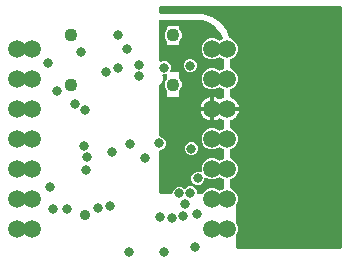
<source format=gbr>
G04 EAGLE Gerber RS-274X export*
G75*
%MOMM*%
%FSLAX34Y34*%
%LPD*%
%INCopper Layer 15*%
%IPPOS*%
%AMOC8*
5,1,8,0,0,1.08239X$1,22.5*%
G01*
%ADD10C,1.108000*%
%ADD11C,1.508000*%
%ADD12C,0.800100*%
%ADD13C,0.906400*%

G36*
X165202Y2937D02*
X165202Y2937D01*
X165304Y2945D01*
X165332Y2957D01*
X165363Y2962D01*
X165455Y3006D01*
X165551Y3044D01*
X165574Y3064D01*
X165602Y3077D01*
X165677Y3147D01*
X165757Y3212D01*
X165774Y3238D01*
X165796Y3259D01*
X165847Y3348D01*
X165904Y3433D01*
X165910Y3457D01*
X165928Y3489D01*
X165986Y3749D01*
X165983Y3787D01*
X165988Y3810D01*
X165988Y207010D01*
X165973Y207112D01*
X165965Y207214D01*
X165953Y207242D01*
X165948Y207273D01*
X165904Y207365D01*
X165866Y207461D01*
X165846Y207484D01*
X165833Y207512D01*
X165763Y207587D01*
X165698Y207667D01*
X165672Y207684D01*
X165651Y207706D01*
X165562Y207757D01*
X165477Y207814D01*
X165453Y207820D01*
X165421Y207838D01*
X165161Y207896D01*
X165123Y207893D01*
X165100Y207898D01*
X12700Y207898D01*
X12598Y207883D01*
X12496Y207875D01*
X12468Y207863D01*
X12437Y207858D01*
X12345Y207814D01*
X12249Y207776D01*
X12226Y207756D01*
X12198Y207743D01*
X12123Y207673D01*
X12043Y207608D01*
X12026Y207582D01*
X12004Y207561D01*
X11953Y207472D01*
X11896Y207387D01*
X11890Y207363D01*
X11872Y207331D01*
X11814Y207071D01*
X11817Y207033D01*
X11812Y207010D01*
X11812Y202819D01*
X11827Y202717D01*
X11835Y202615D01*
X11847Y202587D01*
X11852Y202556D01*
X11896Y202464D01*
X11934Y202368D01*
X11954Y202345D01*
X11967Y202317D01*
X12037Y202242D01*
X12102Y202162D01*
X12128Y202145D01*
X12149Y202123D01*
X12238Y202072D01*
X12323Y202015D01*
X12347Y202009D01*
X12379Y201991D01*
X12639Y201933D01*
X12677Y201936D01*
X12700Y201931D01*
X48240Y201931D01*
X56658Y199196D01*
X63818Y193993D01*
X69021Y186833D01*
X70717Y181611D01*
X70742Y181561D01*
X70758Y181508D01*
X70802Y181443D01*
X70836Y181374D01*
X70875Y181333D01*
X70906Y181287D01*
X70947Y181258D01*
X71020Y181182D01*
X71189Y181089D01*
X71222Y181065D01*
X74350Y179770D01*
X76900Y177220D01*
X78280Y173888D01*
X78280Y170282D01*
X76900Y166950D01*
X74350Y164400D01*
X72304Y163553D01*
X72251Y163521D01*
X72193Y163498D01*
X72138Y163453D01*
X72076Y163416D01*
X72035Y163369D01*
X71987Y163330D01*
X71947Y163270D01*
X71900Y163217D01*
X71874Y163161D01*
X71840Y163109D01*
X71829Y163062D01*
X71790Y162975D01*
X71763Y162763D01*
X71756Y162732D01*
X71756Y156038D01*
X71765Y155976D01*
X71764Y155914D01*
X71785Y155846D01*
X71796Y155775D01*
X71823Y155719D01*
X71840Y155660D01*
X71880Y155600D01*
X71911Y155536D01*
X71954Y155490D01*
X71988Y155439D01*
X72027Y155411D01*
X72093Y155341D01*
X72279Y155235D01*
X72304Y155217D01*
X74350Y154370D01*
X76900Y151820D01*
X78280Y148488D01*
X78280Y144882D01*
X76900Y141550D01*
X74350Y139000D01*
X72304Y138153D01*
X72251Y138121D01*
X72193Y138098D01*
X72138Y138053D01*
X72076Y138016D01*
X72035Y137969D01*
X71987Y137930D01*
X71947Y137870D01*
X71900Y137817D01*
X71874Y137761D01*
X71840Y137709D01*
X71829Y137662D01*
X71790Y137575D01*
X71763Y137363D01*
X71756Y137332D01*
X71756Y131704D01*
X71770Y131609D01*
X71777Y131512D01*
X71790Y131478D01*
X71796Y131442D01*
X71838Y131355D01*
X71872Y131264D01*
X71895Y131235D01*
X71911Y131202D01*
X71977Y131131D01*
X72037Y131056D01*
X72061Y131041D01*
X72093Y131008D01*
X72323Y130876D01*
X72353Y130869D01*
X72370Y130860D01*
X73085Y130627D01*
X74499Y129907D01*
X75782Y128974D01*
X76904Y127852D01*
X77837Y126569D01*
X78557Y125155D01*
X79048Y123646D01*
X79140Y123062D01*
X72644Y123062D01*
X72542Y123047D01*
X72440Y123038D01*
X72412Y123027D01*
X72381Y123022D01*
X72289Y122978D01*
X72193Y122939D01*
X72170Y122920D01*
X72142Y122907D01*
X72067Y122837D01*
X71987Y122772D01*
X71970Y122746D01*
X71948Y122725D01*
X71897Y122636D01*
X71840Y122551D01*
X71834Y122527D01*
X71816Y122495D01*
X71758Y122235D01*
X71761Y122197D01*
X71756Y122174D01*
X71756Y120396D01*
X71771Y120294D01*
X71779Y120192D01*
X71791Y120164D01*
X71796Y120133D01*
X71840Y120041D01*
X71878Y119945D01*
X71898Y119922D01*
X71911Y119894D01*
X71981Y119819D01*
X72046Y119739D01*
X72072Y119722D01*
X72093Y119700D01*
X72182Y119649D01*
X72267Y119592D01*
X72291Y119586D01*
X72323Y119568D01*
X72583Y119510D01*
X72621Y119513D01*
X72644Y119508D01*
X79140Y119508D01*
X79048Y118924D01*
X78557Y117415D01*
X77837Y116001D01*
X76904Y114718D01*
X75782Y113596D01*
X74499Y112663D01*
X73085Y111943D01*
X72370Y111710D01*
X72283Y111667D01*
X72193Y111631D01*
X72165Y111608D01*
X72132Y111591D01*
X72062Y111525D01*
X71987Y111464D01*
X71967Y111433D01*
X71940Y111407D01*
X71893Y111323D01*
X71840Y111242D01*
X71833Y111215D01*
X71811Y111175D01*
X71757Y110915D01*
X71760Y110885D01*
X71756Y110866D01*
X71756Y105238D01*
X71765Y105176D01*
X71764Y105114D01*
X71785Y105046D01*
X71796Y104975D01*
X71823Y104919D01*
X71840Y104860D01*
X71880Y104800D01*
X71911Y104736D01*
X71954Y104690D01*
X71988Y104639D01*
X72027Y104611D01*
X72093Y104541D01*
X72279Y104435D01*
X72304Y104417D01*
X74350Y103570D01*
X76900Y101020D01*
X78280Y97688D01*
X78280Y94082D01*
X76900Y90750D01*
X74350Y88200D01*
X72304Y87353D01*
X72251Y87321D01*
X72193Y87298D01*
X72138Y87253D01*
X72076Y87216D01*
X72035Y87169D01*
X71987Y87130D01*
X71947Y87070D01*
X71900Y87017D01*
X71874Y86961D01*
X71840Y86909D01*
X71829Y86862D01*
X71790Y86775D01*
X71763Y86563D01*
X71756Y86532D01*
X71756Y79838D01*
X71765Y79776D01*
X71764Y79714D01*
X71785Y79646D01*
X71796Y79575D01*
X71823Y79519D01*
X71840Y79460D01*
X71880Y79400D01*
X71911Y79336D01*
X71954Y79290D01*
X71988Y79239D01*
X72027Y79211D01*
X72093Y79141D01*
X72279Y79035D01*
X72304Y79017D01*
X74350Y78170D01*
X76900Y75620D01*
X78280Y72288D01*
X78280Y68682D01*
X76900Y65350D01*
X74350Y62800D01*
X72304Y61953D01*
X72251Y61921D01*
X72193Y61898D01*
X72138Y61853D01*
X72076Y61816D01*
X72035Y61769D01*
X71987Y61730D01*
X71947Y61670D01*
X71900Y61617D01*
X71874Y61561D01*
X71840Y61509D01*
X71829Y61462D01*
X71790Y61375D01*
X71763Y61163D01*
X71756Y61132D01*
X71756Y54438D01*
X71765Y54376D01*
X71764Y54314D01*
X71776Y54274D01*
X71779Y54236D01*
X71790Y54209D01*
X71796Y54175D01*
X71823Y54119D01*
X71840Y54060D01*
X71866Y54022D01*
X71878Y53990D01*
X71895Y53970D01*
X71911Y53936D01*
X71954Y53890D01*
X71988Y53839D01*
X72018Y53818D01*
X72046Y53783D01*
X72065Y53770D01*
X72093Y53741D01*
X72208Y53675D01*
X72267Y53636D01*
X72282Y53633D01*
X72304Y53617D01*
X74350Y52770D01*
X76900Y50220D01*
X78280Y46888D01*
X78280Y43282D01*
X76900Y39950D01*
X76842Y39892D01*
X76829Y39876D01*
X76813Y39862D01*
X76751Y39769D01*
X76684Y39678D01*
X76677Y39659D01*
X76666Y39641D01*
X76656Y39597D01*
X76597Y39427D01*
X76593Y39315D01*
X76582Y39264D01*
X76582Y25506D01*
X76585Y25485D01*
X76583Y25464D01*
X76605Y25354D01*
X76622Y25243D01*
X76631Y25224D01*
X76635Y25203D01*
X76659Y25165D01*
X76737Y25004D01*
X76814Y24921D01*
X76842Y24878D01*
X76900Y24820D01*
X78280Y21488D01*
X78280Y17882D01*
X76900Y14550D01*
X76842Y14492D01*
X76829Y14476D01*
X76813Y14462D01*
X76751Y14369D01*
X76684Y14278D01*
X76677Y14259D01*
X76666Y14241D01*
X76656Y14197D01*
X76597Y14027D01*
X76593Y13915D01*
X76582Y13864D01*
X76582Y3810D01*
X76597Y3708D01*
X76605Y3606D01*
X76617Y3578D01*
X76622Y3547D01*
X76666Y3455D01*
X76704Y3359D01*
X76724Y3336D01*
X76737Y3308D01*
X76807Y3233D01*
X76872Y3153D01*
X76898Y3136D01*
X76919Y3114D01*
X77008Y3063D01*
X77093Y3006D01*
X77117Y3000D01*
X77149Y2982D01*
X77409Y2924D01*
X77447Y2927D01*
X77470Y2922D01*
X165100Y2922D01*
X165202Y2937D01*
G37*
G36*
X22263Y49292D02*
X22263Y49292D01*
X22365Y49300D01*
X22394Y49312D01*
X22424Y49317D01*
X22517Y49361D01*
X22612Y49399D01*
X22636Y49419D01*
X22664Y49432D01*
X22739Y49502D01*
X22818Y49567D01*
X22835Y49593D01*
X22858Y49614D01*
X22909Y49703D01*
X22966Y49788D01*
X22971Y49812D01*
X22990Y49844D01*
X23048Y50104D01*
X23045Y50142D01*
X23050Y50165D01*
X23050Y50724D01*
X23891Y52755D01*
X25445Y54309D01*
X27476Y55150D01*
X29674Y55150D01*
X31705Y54309D01*
X32439Y53574D01*
X32522Y53513D01*
X32600Y53447D01*
X32629Y53435D01*
X32653Y53417D01*
X32750Y53383D01*
X32845Y53343D01*
X32875Y53339D01*
X32904Y53329D01*
X33007Y53326D01*
X33109Y53315D01*
X33139Y53321D01*
X33170Y53320D01*
X33269Y53347D01*
X33370Y53367D01*
X33390Y53380D01*
X33427Y53390D01*
X33651Y53533D01*
X33675Y53562D01*
X33696Y53574D01*
X34970Y54849D01*
X37001Y55690D01*
X39199Y55690D01*
X41230Y54849D01*
X42784Y53295D01*
X43625Y51264D01*
X43625Y50165D01*
X43641Y50063D01*
X43649Y49961D01*
X43660Y49933D01*
X43665Y49902D01*
X43710Y49810D01*
X43748Y49714D01*
X43767Y49691D01*
X43781Y49663D01*
X43851Y49588D01*
X43916Y49508D01*
X43941Y49491D01*
X43962Y49469D01*
X44051Y49418D01*
X44137Y49361D01*
X44160Y49355D01*
X44193Y49337D01*
X44452Y49279D01*
X44490Y49282D01*
X44513Y49277D01*
X47846Y49277D01*
X47907Y49286D01*
X47970Y49285D01*
X48038Y49306D01*
X48109Y49317D01*
X48165Y49344D01*
X48224Y49361D01*
X48284Y49401D01*
X48348Y49432D01*
X48394Y49475D01*
X48445Y49509D01*
X48473Y49548D01*
X48543Y49614D01*
X48649Y49800D01*
X48667Y49825D01*
X48830Y50220D01*
X51380Y52770D01*
X54712Y54150D01*
X58318Y54150D01*
X61650Y52770D01*
X62237Y52183D01*
X62319Y52122D01*
X62398Y52055D01*
X62426Y52043D01*
X62451Y52025D01*
X62548Y51991D01*
X62642Y51951D01*
X62673Y51948D01*
X62702Y51937D01*
X62804Y51934D01*
X62907Y51923D01*
X62937Y51929D01*
X62968Y51928D01*
X63067Y51955D01*
X63167Y51975D01*
X63187Y51988D01*
X63224Y51998D01*
X63448Y52141D01*
X63473Y52170D01*
X63493Y52183D01*
X64080Y52770D01*
X66126Y53617D01*
X66179Y53649D01*
X66237Y53672D01*
X66268Y53698D01*
X66288Y53708D01*
X66311Y53728D01*
X66354Y53754D01*
X66395Y53801D01*
X66443Y53840D01*
X66464Y53872D01*
X66482Y53889D01*
X66499Y53918D01*
X66530Y53953D01*
X66556Y54009D01*
X66590Y54061D01*
X66597Y54088D01*
X66614Y54120D01*
X66622Y54155D01*
X66640Y54195D01*
X66653Y54292D01*
X66672Y54379D01*
X66669Y54415D01*
X66674Y54438D01*
X66674Y61132D01*
X66665Y61194D01*
X66666Y61256D01*
X66645Y61324D01*
X66634Y61395D01*
X66607Y61451D01*
X66590Y61510D01*
X66550Y61570D01*
X66519Y61634D01*
X66476Y61680D01*
X66442Y61731D01*
X66403Y61759D01*
X66337Y61829D01*
X66151Y61935D01*
X66126Y61953D01*
X64080Y62800D01*
X63493Y63387D01*
X63410Y63448D01*
X63332Y63515D01*
X63304Y63527D01*
X63279Y63545D01*
X63182Y63579D01*
X63088Y63619D01*
X63057Y63622D01*
X63028Y63633D01*
X62925Y63636D01*
X62823Y63647D01*
X62793Y63641D01*
X62762Y63642D01*
X62663Y63615D01*
X62563Y63595D01*
X62542Y63582D01*
X62506Y63572D01*
X62282Y63429D01*
X62257Y63400D01*
X62237Y63387D01*
X61650Y62800D01*
X58318Y61420D01*
X54712Y61420D01*
X51364Y62807D01*
X51351Y62821D01*
X51280Y62861D01*
X51214Y62910D01*
X51165Y62927D01*
X51121Y62953D01*
X51041Y62971D01*
X50963Y62998D01*
X50912Y62999D01*
X50861Y63011D01*
X50779Y63004D01*
X50698Y63007D01*
X50648Y62993D01*
X50596Y62989D01*
X50520Y62958D01*
X50441Y62937D01*
X50398Y62909D01*
X50349Y62890D01*
X50286Y62838D01*
X50217Y62794D01*
X50183Y62755D01*
X50143Y62722D01*
X50098Y62654D01*
X50045Y62592D01*
X50024Y62544D01*
X49996Y62501D01*
X49984Y62451D01*
X49940Y62347D01*
X49922Y62169D01*
X49912Y62124D01*
X49912Y61258D01*
X49071Y59227D01*
X47516Y57673D01*
X45486Y56832D01*
X43287Y56832D01*
X41257Y57673D01*
X39702Y59227D01*
X38861Y61258D01*
X38861Y63456D01*
X39702Y65487D01*
X41257Y67041D01*
X43287Y67882D01*
X45486Y67882D01*
X46276Y67555D01*
X46326Y67542D01*
X46373Y67521D01*
X46454Y67511D01*
X46534Y67491D01*
X46585Y67494D01*
X46637Y67487D01*
X46717Y67502D01*
X46799Y67506D01*
X46848Y67525D01*
X46899Y67533D01*
X46971Y67571D01*
X47048Y67600D01*
X47089Y67631D01*
X47135Y67655D01*
X47194Y67712D01*
X47258Y67762D01*
X47288Y67805D01*
X47325Y67841D01*
X47364Y67913D01*
X47411Y67980D01*
X47427Y68029D01*
X47451Y68075D01*
X47467Y68155D01*
X47493Y68233D01*
X47493Y68285D01*
X47503Y68335D01*
X47494Y68386D01*
X47495Y68499D01*
X47450Y68650D01*
X47450Y72288D01*
X48830Y75620D01*
X51380Y78170D01*
X54712Y79550D01*
X58318Y79550D01*
X61650Y78170D01*
X62237Y77583D01*
X62319Y77522D01*
X62398Y77455D01*
X62426Y77443D01*
X62451Y77425D01*
X62548Y77391D01*
X62642Y77351D01*
X62673Y77348D01*
X62702Y77337D01*
X62804Y77334D01*
X62907Y77323D01*
X62937Y77329D01*
X62968Y77328D01*
X63067Y77355D01*
X63167Y77375D01*
X63187Y77388D01*
X63224Y77398D01*
X63448Y77541D01*
X63473Y77570D01*
X63493Y77583D01*
X64080Y78170D01*
X66126Y79017D01*
X66179Y79049D01*
X66237Y79072D01*
X66292Y79117D01*
X66354Y79154D01*
X66395Y79201D01*
X66443Y79240D01*
X66483Y79300D01*
X66530Y79353D01*
X66556Y79409D01*
X66590Y79461D01*
X66601Y79508D01*
X66640Y79595D01*
X66667Y79807D01*
X66674Y79838D01*
X66674Y86532D01*
X66665Y86594D01*
X66666Y86656D01*
X66645Y86724D01*
X66634Y86795D01*
X66607Y86851D01*
X66590Y86910D01*
X66550Y86970D01*
X66519Y87034D01*
X66476Y87080D01*
X66442Y87131D01*
X66403Y87159D01*
X66337Y87229D01*
X66151Y87335D01*
X66126Y87353D01*
X64080Y88200D01*
X63493Y88787D01*
X63410Y88848D01*
X63332Y88915D01*
X63304Y88927D01*
X63279Y88945D01*
X63182Y88979D01*
X63088Y89019D01*
X63057Y89022D01*
X63028Y89033D01*
X62925Y89036D01*
X62823Y89047D01*
X62793Y89041D01*
X62762Y89042D01*
X62663Y89015D01*
X62563Y88995D01*
X62542Y88982D01*
X62506Y88972D01*
X62282Y88829D01*
X62257Y88800D01*
X62237Y88787D01*
X61650Y88200D01*
X58318Y86820D01*
X54712Y86820D01*
X51380Y88200D01*
X48830Y90750D01*
X47450Y94082D01*
X47450Y97688D01*
X48830Y101020D01*
X51380Y103570D01*
X54712Y104950D01*
X58318Y104950D01*
X61650Y103570D01*
X62237Y102983D01*
X62319Y102922D01*
X62398Y102855D01*
X62426Y102843D01*
X62451Y102825D01*
X62548Y102791D01*
X62642Y102751D01*
X62673Y102748D01*
X62702Y102737D01*
X62804Y102734D01*
X62907Y102723D01*
X62937Y102729D01*
X62968Y102728D01*
X63067Y102755D01*
X63167Y102775D01*
X63187Y102788D01*
X63224Y102798D01*
X63448Y102941D01*
X63473Y102970D01*
X63493Y102983D01*
X64080Y103570D01*
X66126Y104417D01*
X66179Y104449D01*
X66237Y104472D01*
X66292Y104517D01*
X66354Y104554D01*
X66395Y104601D01*
X66443Y104640D01*
X66483Y104700D01*
X66530Y104753D01*
X66556Y104809D01*
X66590Y104861D01*
X66601Y104908D01*
X66640Y104995D01*
X66667Y105207D01*
X66674Y105238D01*
X66674Y110866D01*
X66660Y110961D01*
X66653Y111058D01*
X66640Y111092D01*
X66634Y111128D01*
X66592Y111215D01*
X66558Y111306D01*
X66535Y111335D01*
X66519Y111368D01*
X66453Y111439D01*
X66393Y111514D01*
X66369Y111529D01*
X66337Y111562D01*
X66107Y111694D01*
X66077Y111701D01*
X66060Y111710D01*
X65345Y111943D01*
X63931Y112663D01*
X63387Y113059D01*
X63301Y113103D01*
X63219Y113155D01*
X63184Y113164D01*
X63151Y113181D01*
X63056Y113198D01*
X62963Y113223D01*
X62926Y113222D01*
X62889Y113228D01*
X62794Y113216D01*
X62697Y113212D01*
X62671Y113201D01*
X62626Y113196D01*
X62383Y113086D01*
X62361Y113066D01*
X62343Y113059D01*
X61798Y112663D01*
X60385Y111943D01*
X58876Y111452D01*
X58292Y111360D01*
X58292Y119508D01*
X65786Y119508D01*
X65888Y119523D01*
X65990Y119531D01*
X66018Y119543D01*
X66049Y119548D01*
X66141Y119592D01*
X66237Y119630D01*
X66260Y119650D01*
X66288Y119663D01*
X66363Y119733D01*
X66443Y119798D01*
X66460Y119824D01*
X66482Y119845D01*
X66533Y119934D01*
X66590Y120019D01*
X66596Y120043D01*
X66614Y120075D01*
X66672Y120335D01*
X66669Y120373D01*
X66674Y120396D01*
X66674Y122174D01*
X66659Y122275D01*
X66651Y122378D01*
X66639Y122406D01*
X66634Y122437D01*
X66590Y122529D01*
X66552Y122624D01*
X66532Y122648D01*
X66519Y122676D01*
X66449Y122751D01*
X66384Y122831D01*
X66358Y122848D01*
X66337Y122870D01*
X66248Y122921D01*
X66163Y122978D01*
X66139Y122984D01*
X66107Y123002D01*
X65847Y123060D01*
X65809Y123057D01*
X65786Y123062D01*
X58292Y123062D01*
X58292Y131210D01*
X58876Y131118D01*
X60385Y130627D01*
X61798Y129907D01*
X62343Y129511D01*
X62429Y129467D01*
X62510Y129415D01*
X62546Y129406D01*
X62579Y129389D01*
X62674Y129372D01*
X62767Y129347D01*
X62804Y129348D01*
X62841Y129342D01*
X62936Y129354D01*
X63033Y129358D01*
X63059Y129369D01*
X63104Y129374D01*
X63347Y129484D01*
X63369Y129504D01*
X63387Y129511D01*
X63931Y129907D01*
X65345Y130627D01*
X66060Y130860D01*
X66147Y130903D01*
X66237Y130939D01*
X66265Y130962D01*
X66298Y130979D01*
X66368Y131045D01*
X66443Y131106D01*
X66463Y131137D01*
X66490Y131163D01*
X66537Y131247D01*
X66590Y131328D01*
X66597Y131355D01*
X66619Y131395D01*
X66673Y131655D01*
X66670Y131685D01*
X66674Y131704D01*
X66674Y137332D01*
X66665Y137394D01*
X66666Y137456D01*
X66645Y137524D01*
X66634Y137595D01*
X66607Y137651D01*
X66590Y137710D01*
X66550Y137770D01*
X66519Y137834D01*
X66476Y137880D01*
X66442Y137931D01*
X66403Y137959D01*
X66337Y138029D01*
X66151Y138135D01*
X66126Y138153D01*
X64080Y139000D01*
X63493Y139587D01*
X63410Y139648D01*
X63332Y139715D01*
X63304Y139727D01*
X63279Y139745D01*
X63182Y139779D01*
X63088Y139819D01*
X63057Y139822D01*
X63028Y139833D01*
X62925Y139836D01*
X62823Y139847D01*
X62793Y139841D01*
X62762Y139842D01*
X62663Y139815D01*
X62563Y139795D01*
X62542Y139782D01*
X62506Y139772D01*
X62282Y139629D01*
X62257Y139600D01*
X62237Y139587D01*
X61650Y139000D01*
X58318Y137620D01*
X54712Y137620D01*
X51380Y139000D01*
X48830Y141550D01*
X47450Y144882D01*
X47450Y148488D01*
X48830Y151820D01*
X51380Y154370D01*
X54712Y155750D01*
X58318Y155750D01*
X61650Y154370D01*
X62237Y153783D01*
X62319Y153722D01*
X62398Y153655D01*
X62426Y153643D01*
X62451Y153625D01*
X62548Y153591D01*
X62642Y153551D01*
X62673Y153548D01*
X62702Y153537D01*
X62804Y153534D01*
X62907Y153523D01*
X62937Y153529D01*
X62968Y153528D01*
X63067Y153555D01*
X63167Y153575D01*
X63187Y153588D01*
X63224Y153598D01*
X63448Y153741D01*
X63473Y153770D01*
X63493Y153783D01*
X64080Y154370D01*
X66126Y155217D01*
X66179Y155249D01*
X66237Y155272D01*
X66292Y155317D01*
X66354Y155354D01*
X66395Y155401D01*
X66443Y155440D01*
X66483Y155500D01*
X66530Y155553D01*
X66556Y155609D01*
X66590Y155661D01*
X66601Y155708D01*
X66640Y155795D01*
X66667Y156007D01*
X66674Y156038D01*
X66674Y162732D01*
X66665Y162794D01*
X66666Y162856D01*
X66645Y162924D01*
X66634Y162995D01*
X66607Y163051D01*
X66590Y163110D01*
X66550Y163170D01*
X66519Y163234D01*
X66476Y163280D01*
X66442Y163331D01*
X66403Y163359D01*
X66337Y163429D01*
X66151Y163535D01*
X66126Y163553D01*
X64080Y164400D01*
X63493Y164987D01*
X63410Y165048D01*
X63332Y165115D01*
X63304Y165127D01*
X63279Y165145D01*
X63182Y165179D01*
X63088Y165219D01*
X63057Y165222D01*
X63028Y165233D01*
X62925Y165236D01*
X62823Y165247D01*
X62793Y165241D01*
X62762Y165242D01*
X62663Y165215D01*
X62563Y165195D01*
X62542Y165182D01*
X62506Y165172D01*
X62282Y165029D01*
X62257Y165000D01*
X62237Y164987D01*
X61650Y164400D01*
X58318Y163020D01*
X54712Y163020D01*
X51380Y164400D01*
X48830Y166950D01*
X47450Y170282D01*
X47450Y173888D01*
X48830Y177220D01*
X51380Y179770D01*
X54712Y181150D01*
X58318Y181150D01*
X61650Y179770D01*
X62237Y179183D01*
X62319Y179122D01*
X62398Y179055D01*
X62426Y179043D01*
X62451Y179025D01*
X62548Y178991D01*
X62642Y178951D01*
X62673Y178948D01*
X62702Y178937D01*
X62804Y178934D01*
X62907Y178923D01*
X62937Y178929D01*
X62968Y178928D01*
X63067Y178955D01*
X63167Y178975D01*
X63187Y178988D01*
X63224Y178998D01*
X63448Y179141D01*
X63473Y179170D01*
X63493Y179183D01*
X64080Y179770D01*
X64739Y180043D01*
X64797Y180078D01*
X64860Y180104D01*
X64910Y180146D01*
X64967Y180180D01*
X65012Y180231D01*
X65064Y180274D01*
X65100Y180329D01*
X65143Y180378D01*
X65172Y180440D01*
X65209Y180498D01*
X65226Y180561D01*
X65253Y180620D01*
X65262Y180688D01*
X65280Y180753D01*
X65276Y180799D01*
X65287Y180884D01*
X65245Y181122D01*
X65244Y181138D01*
X64236Y184239D01*
X64117Y184477D01*
X64112Y184482D01*
X64110Y184487D01*
X60069Y190048D01*
X59883Y190237D01*
X59876Y190241D01*
X59873Y190244D01*
X54312Y194285D01*
X54076Y194407D01*
X54068Y194409D01*
X54064Y194411D01*
X47526Y196535D01*
X47370Y196561D01*
X47322Y196576D01*
X43885Y196847D01*
X43841Y196843D01*
X43815Y196849D01*
X12700Y196849D01*
X12598Y196834D01*
X12496Y196826D01*
X12468Y196814D01*
X12437Y196809D01*
X12345Y196765D01*
X12249Y196727D01*
X12226Y196707D01*
X12198Y196694D01*
X12123Y196624D01*
X12043Y196559D01*
X12026Y196533D01*
X12004Y196512D01*
X11953Y196423D01*
X11896Y196338D01*
X11890Y196314D01*
X11872Y196282D01*
X11814Y196022D01*
X11817Y195984D01*
X11812Y195961D01*
X11812Y161810D01*
X11813Y161800D01*
X11812Y161790D01*
X11833Y161669D01*
X11852Y161548D01*
X11856Y161538D01*
X11858Y161528D01*
X11914Y161419D01*
X11967Y161308D01*
X11975Y161301D01*
X11979Y161291D01*
X12065Y161204D01*
X12149Y161114D01*
X12158Y161109D01*
X12165Y161101D01*
X12273Y161043D01*
X12379Y160982D01*
X12390Y160980D01*
X12399Y160975D01*
X12520Y160951D01*
X12639Y160924D01*
X12649Y160925D01*
X12660Y160923D01*
X12690Y160929D01*
X12904Y160946D01*
X12993Y160982D01*
X13040Y160990D01*
X14839Y161735D01*
X17038Y161735D01*
X19068Y160894D01*
X20623Y159340D01*
X21464Y157309D01*
X21464Y155111D01*
X20772Y153441D01*
X20769Y153431D01*
X20764Y153422D01*
X20738Y153302D01*
X20708Y153183D01*
X20709Y153172D01*
X20706Y153162D01*
X20716Y153040D01*
X20723Y152918D01*
X20727Y152908D01*
X20728Y152897D01*
X20774Y152783D01*
X20817Y152669D01*
X20823Y152660D01*
X20827Y152650D01*
X20905Y152555D01*
X20979Y152458D01*
X20988Y152452D01*
X20995Y152444D01*
X21097Y152376D01*
X21197Y152306D01*
X21207Y152302D01*
X21216Y152297D01*
X21246Y152290D01*
X21450Y152224D01*
X21546Y152223D01*
X21593Y152213D01*
X28131Y152213D01*
X28578Y151766D01*
X28578Y147046D01*
X28581Y147025D01*
X28579Y147005D01*
X28601Y146894D01*
X28618Y146783D01*
X28627Y146765D01*
X28631Y146744D01*
X28655Y146705D01*
X28733Y146544D01*
X28810Y146462D01*
X28838Y146418D01*
X29504Y145752D01*
X30580Y143155D01*
X30580Y140345D01*
X29504Y137748D01*
X28838Y137082D01*
X28826Y137065D01*
X28809Y137052D01*
X28747Y136958D01*
X28680Y136868D01*
X28673Y136848D01*
X28662Y136831D01*
X28652Y136786D01*
X28593Y136617D01*
X28589Y136504D01*
X28578Y136454D01*
X28578Y131634D01*
X28131Y131187D01*
X18999Y131187D01*
X18552Y131634D01*
X18552Y136354D01*
X18549Y136375D01*
X18551Y136395D01*
X18529Y136506D01*
X18512Y136617D01*
X18503Y136635D01*
X18499Y136656D01*
X18475Y136695D01*
X18397Y136856D01*
X18320Y136938D01*
X18292Y136982D01*
X17526Y137748D01*
X16450Y140345D01*
X16450Y143155D01*
X17526Y145752D01*
X18292Y146518D01*
X18304Y146535D01*
X18321Y146548D01*
X18383Y146642D01*
X18450Y146732D01*
X18457Y146752D01*
X18468Y146769D01*
X18478Y146814D01*
X18537Y146983D01*
X18541Y147096D01*
X18552Y147146D01*
X18552Y149983D01*
X18551Y149993D01*
X18552Y150004D01*
X18531Y150125D01*
X18512Y150246D01*
X18508Y150255D01*
X18506Y150266D01*
X18450Y150375D01*
X18397Y150485D01*
X18389Y150493D01*
X18385Y150502D01*
X18299Y150589D01*
X18215Y150679D01*
X18206Y150685D01*
X18199Y150692D01*
X18091Y150750D01*
X17985Y150811D01*
X17974Y150814D01*
X17965Y150819D01*
X17845Y150842D01*
X17725Y150869D01*
X17715Y150868D01*
X17704Y150870D01*
X17673Y150865D01*
X17460Y150847D01*
X17372Y150812D01*
X17324Y150803D01*
X17037Y150685D01*
X15182Y150685D01*
X15172Y150683D01*
X15162Y150685D01*
X15041Y150663D01*
X14920Y150645D01*
X14910Y150640D01*
X14900Y150639D01*
X14791Y150583D01*
X14680Y150529D01*
X14673Y150522D01*
X14663Y150517D01*
X14576Y150432D01*
X14486Y150348D01*
X14481Y150339D01*
X14473Y150331D01*
X14415Y150223D01*
X14354Y150117D01*
X14352Y150107D01*
X14347Y150098D01*
X14323Y149977D01*
X14296Y149858D01*
X14297Y149847D01*
X14295Y149837D01*
X14300Y149806D01*
X14318Y149593D01*
X14353Y149504D01*
X14362Y149457D01*
X15006Y147902D01*
X15006Y145598D01*
X14124Y143470D01*
X12495Y141841D01*
X12360Y141785D01*
X12307Y141753D01*
X12249Y141730D01*
X12194Y141685D01*
X12133Y141648D01*
X12091Y141601D01*
X12043Y141562D01*
X12003Y141503D01*
X11956Y141449D01*
X11930Y141393D01*
X11896Y141341D01*
X11885Y141294D01*
X11846Y141207D01*
X11819Y140995D01*
X11812Y140964D01*
X11812Y98488D01*
X11826Y98392D01*
X11826Y98365D01*
X11830Y98352D01*
X11835Y98285D01*
X11847Y98256D01*
X11852Y98226D01*
X11893Y98139D01*
X11902Y98110D01*
X11911Y98098D01*
X11934Y98038D01*
X11954Y98014D01*
X11967Y97986D01*
X12030Y97919D01*
X12050Y97890D01*
X12062Y97881D01*
X12102Y97832D01*
X12128Y97815D01*
X12149Y97792D01*
X12238Y97741D01*
X12323Y97684D01*
X12347Y97679D01*
X12365Y97668D01*
X12366Y97668D01*
X12379Y97660D01*
X12390Y97658D01*
X14560Y96759D01*
X16114Y95205D01*
X16955Y93174D01*
X16955Y90976D01*
X16114Y88945D01*
X14560Y87391D01*
X12366Y86482D01*
X12324Y86457D01*
X12249Y86427D01*
X12226Y86408D01*
X12198Y86394D01*
X12157Y86356D01*
X12138Y86345D01*
X12112Y86315D01*
X12043Y86259D01*
X12026Y86234D01*
X12004Y86213D01*
X11973Y86159D01*
X11961Y86146D01*
X11948Y86117D01*
X11896Y86038D01*
X11890Y86015D01*
X11872Y85982D01*
X11857Y85917D01*
X11851Y85904D01*
X11847Y85873D01*
X11814Y85723D01*
X11817Y85685D01*
X11812Y85662D01*
X11812Y50165D01*
X11827Y50063D01*
X11835Y49961D01*
X11847Y49933D01*
X11852Y49902D01*
X11896Y49810D01*
X11934Y49714D01*
X11954Y49691D01*
X11967Y49663D01*
X12037Y49588D01*
X12102Y49508D01*
X12128Y49491D01*
X12149Y49469D01*
X12238Y49418D01*
X12323Y49361D01*
X12347Y49355D01*
X12379Y49337D01*
X12639Y49279D01*
X12677Y49282D01*
X12700Y49277D01*
X22162Y49277D01*
X22263Y49292D01*
G37*
%LPC*%
G36*
X18999Y175687D02*
X18999Y175687D01*
X18552Y176134D01*
X18552Y178154D01*
X18549Y178174D01*
X18551Y178195D01*
X18529Y178306D01*
X18512Y178417D01*
X18503Y178435D01*
X18499Y178456D01*
X18475Y178495D01*
X18397Y178656D01*
X18320Y178738D01*
X18292Y178782D01*
X17526Y179548D01*
X16450Y182145D01*
X16450Y184955D01*
X17526Y187552D01*
X18292Y188318D01*
X18305Y188335D01*
X18321Y188348D01*
X18383Y188442D01*
X18450Y188532D01*
X18457Y188552D01*
X18468Y188569D01*
X18478Y188614D01*
X18537Y188783D01*
X18541Y188896D01*
X18552Y188946D01*
X18552Y190766D01*
X18999Y191213D01*
X28131Y191213D01*
X28578Y190766D01*
X28578Y188846D01*
X28581Y188826D01*
X28579Y188805D01*
X28601Y188694D01*
X28618Y188583D01*
X28627Y188565D01*
X28631Y188544D01*
X28655Y188505D01*
X28733Y188344D01*
X28810Y188262D01*
X28838Y188218D01*
X29504Y187552D01*
X30580Y184955D01*
X30580Y182145D01*
X29504Y179548D01*
X28838Y178882D01*
X28825Y178865D01*
X28809Y178852D01*
X28747Y178758D01*
X28680Y178668D01*
X28673Y178648D01*
X28662Y178631D01*
X28652Y178586D01*
X28593Y178417D01*
X28589Y178304D01*
X28578Y178254D01*
X28578Y176134D01*
X28131Y175687D01*
X18999Y175687D01*
G37*
%LPD*%
%LPC*%
G36*
X36655Y152224D02*
X36655Y152224D01*
X34625Y153065D01*
X33070Y154620D01*
X32229Y156650D01*
X32229Y158849D01*
X33070Y160879D01*
X34625Y162434D01*
X36655Y163275D01*
X38854Y163275D01*
X40884Y162434D01*
X42439Y160879D01*
X43280Y158849D01*
X43280Y156650D01*
X42439Y154620D01*
X40884Y153065D01*
X38854Y152224D01*
X36655Y152224D01*
G37*
%LPD*%
%LPC*%
G36*
X37636Y82105D02*
X37636Y82105D01*
X35605Y82946D01*
X34051Y84500D01*
X33210Y86531D01*
X33210Y88729D01*
X34051Y90760D01*
X35605Y92314D01*
X37636Y93155D01*
X39834Y93155D01*
X41865Y92314D01*
X43419Y90760D01*
X44260Y88729D01*
X44260Y86531D01*
X43419Y84500D01*
X41865Y82946D01*
X39834Y82105D01*
X37636Y82105D01*
G37*
%LPD*%
%LPC*%
G36*
X46590Y123062D02*
X46590Y123062D01*
X46682Y123646D01*
X47173Y125155D01*
X47893Y126569D01*
X48826Y127852D01*
X49948Y128974D01*
X51231Y129907D01*
X52645Y130627D01*
X54154Y131118D01*
X54738Y131210D01*
X54738Y123062D01*
X46590Y123062D01*
G37*
%LPD*%
%LPC*%
G36*
X54154Y111452D02*
X54154Y111452D01*
X52645Y111943D01*
X51231Y112663D01*
X49948Y113596D01*
X48826Y114718D01*
X47893Y116001D01*
X47173Y117415D01*
X46682Y118924D01*
X46590Y119508D01*
X54738Y119508D01*
X54738Y111360D01*
X54154Y111452D01*
G37*
%LPD*%
%LPC*%
G36*
X56514Y121284D02*
X56514Y121284D01*
X56514Y121286D01*
X56516Y121286D01*
X56516Y121284D01*
X56514Y121284D01*
G37*
%LPD*%
D10*
X23515Y183550D03*
X-62885Y183550D03*
X-62885Y141750D03*
X23515Y141750D03*
D11*
X-95885Y172085D03*
X-95885Y146685D03*
X-95885Y121285D03*
X-95885Y95885D03*
X-95885Y70485D03*
X-95885Y45085D03*
X-95885Y19685D03*
X-108585Y172085D03*
X-108585Y146685D03*
X-108585Y121285D03*
X-108585Y95885D03*
X-108585Y70485D03*
X-108585Y45085D03*
X-108585Y19685D03*
X56515Y19685D03*
X56515Y45085D03*
X56515Y70485D03*
X56515Y95885D03*
X56515Y121285D03*
X56515Y146685D03*
X56515Y172085D03*
X69215Y19685D03*
X69215Y45085D03*
X69215Y70485D03*
X69215Y95885D03*
X69215Y121285D03*
X69215Y146685D03*
X69215Y172085D03*
D12*
X-12700Y91440D03*
X-54610Y169545D03*
X15875Y0D03*
X-22860Y183515D03*
X38735Y87630D03*
X-80645Y55245D03*
X11430Y92075D03*
X0Y79375D03*
X-59690Y125095D03*
X-28575Y84455D03*
X-13970Y0D03*
X43815Y32385D03*
X-74930Y136525D03*
X-33655Y152400D03*
X-15240Y172085D03*
X38100Y50165D03*
X-40005Y37465D03*
X-66675Y36195D03*
X-78105Y36195D03*
X-5080Y158750D03*
X-5080Y149225D03*
X15939Y156210D03*
X41910Y4445D03*
X-50165Y69850D03*
X22225Y29210D03*
X-52464Y89929D03*
X-50800Y120650D03*
X38735Y78105D03*
X-29718Y39370D03*
X44387Y62357D03*
X33655Y40640D03*
X37755Y157750D03*
D13*
X-51435Y31750D03*
D12*
X-49740Y80552D03*
X-82296Y159893D03*
X12120Y30035D03*
X31977Y30888D03*
X28575Y49625D03*
X-23530Y155575D03*
M02*

</source>
